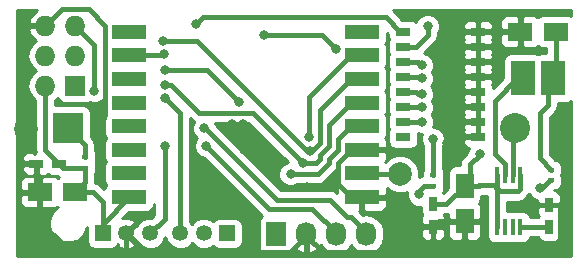
<source format=gtl>
G04 #@! TF.GenerationSoftware,KiCad,Pcbnew,no-vcs-found-7657~57~ubuntu16.04.1*
G04 #@! TF.CreationDate,2017-02-15T10:50:58+02:00*
G04 #@! TF.ProjectId,multisensor_cr123,6D756C746973656E736F725F63723132,rev?*
G04 #@! TF.FileFunction,Copper,L1,Top,Signal*
G04 #@! TF.FilePolarity,Positive*
%FSLAX46Y46*%
G04 Gerber Fmt 4.6, Leading zero omitted, Abs format (unit mm)*
G04 Created by KiCad (PCBNEW no-vcs-found-7657~57~ubuntu16.04.1) date Wed Feb 15 10:50:58 2017*
%MOMM*%
%LPD*%
G01*
G04 APERTURE LIST*
%ADD10C,0.100000*%
%ADD11R,2.000000X3.000000*%
%ADD12C,0.800000*%
%ADD13C,2.000000*%
%ADD14R,2.540000X2.540000*%
%ADD15C,2.540000*%
%ADD16R,0.600000X0.400000*%
%ADD17R,1.501140X2.148840*%
%ADD18R,0.750000X1.200000*%
%ADD19R,1.200000X0.750000*%
%ADD20R,1.270000X0.760000*%
%ADD21R,0.450000X1.450000*%
%ADD22R,3.000000X1.200000*%
%ADD23C,1.998980*%
%ADD24R,1.727200X1.727200*%
%ADD25O,1.727200X1.727200*%
%ADD26R,2.148840X1.501140*%
%ADD27R,1.350000X1.350000*%
%ADD28C,1.350000*%
%ADD29R,1.727200X2.032000*%
%ADD30O,1.727200X2.032000*%
%ADD31C,0.450000*%
%ADD32C,0.254000*%
G04 APERTURE END LIST*
D10*
D11*
X141892500Y-83693000D03*
X144492500Y-83693000D03*
D12*
X135534400Y-84260700D03*
X135534400Y-83260700D03*
X135534400Y-82260700D03*
X135534400Y-81260700D03*
X135534400Y-80260700D03*
X135534400Y-79260700D03*
X118246400Y-88604600D03*
X117246400Y-88604600D03*
X118246400Y-87604600D03*
X117246400Y-87604600D03*
X100847400Y-98409000D03*
X99847400Y-98409000D03*
X100847400Y-97409000D03*
X99847400Y-97409000D03*
X132114800Y-97799400D03*
X131114800Y-97799400D03*
X132114800Y-96799400D03*
X131114800Y-96799400D03*
X136521700Y-89220300D03*
X135521700Y-89220300D03*
X136521700Y-88220300D03*
X135521700Y-88220300D03*
X136521700Y-87220300D03*
X135521700Y-87220300D03*
X136521700Y-86220300D03*
D13*
X145161000Y-87947500D03*
D14*
X103404000Y-87884000D03*
D15*
X141224000Y-87884000D03*
D16*
X104838500Y-91255000D03*
X104838500Y-90355000D03*
D17*
X136969500Y-92796360D03*
X136969500Y-95798640D03*
D18*
X144145000Y-96327000D03*
X144145000Y-94427000D03*
X134302500Y-94366000D03*
X134302500Y-96266000D03*
D19*
X102613500Y-90932000D03*
X100713500Y-90932000D03*
D16*
X134302500Y-92779000D03*
X134302500Y-91879000D03*
X144272000Y-92334500D03*
X144272000Y-91434500D03*
D20*
X138112500Y-79756000D03*
X131762500Y-79756000D03*
X138112500Y-81026000D03*
X131762500Y-81026000D03*
X138112500Y-82296000D03*
X131762500Y-82296000D03*
X138112500Y-83566000D03*
X131762500Y-83566000D03*
X138112500Y-84836000D03*
X131762500Y-84836000D03*
X138112500Y-86106000D03*
X131762500Y-86106000D03*
X138112500Y-87376000D03*
X131762500Y-87376000D03*
X138112500Y-88646000D03*
X131762500Y-88646000D03*
D21*
X139741000Y-96307000D03*
X140391000Y-96307000D03*
X141041000Y-96307000D03*
X141691000Y-96307000D03*
X141691000Y-91907000D03*
X141041000Y-91907000D03*
X140391000Y-91907000D03*
X139741000Y-91907000D03*
D22*
X108582000Y-79756000D03*
X108582000Y-81756000D03*
X108582000Y-83756000D03*
X108582000Y-85756000D03*
X108582000Y-87756000D03*
X108582000Y-89756000D03*
X108582000Y-91756000D03*
X108582000Y-93756000D03*
X128282000Y-93756000D03*
X128282000Y-91756000D03*
X128282000Y-89756000D03*
X128282000Y-87756000D03*
X128282000Y-85756000D03*
X128282000Y-83756000D03*
X128282000Y-81756000D03*
X128282000Y-79756000D03*
D23*
X131508500Y-91821000D03*
D24*
X104013000Y-84328000D03*
D25*
X101473000Y-84328000D03*
X104013000Y-81788000D03*
X101473000Y-81788000D03*
X104013000Y-79248000D03*
X101473000Y-79248000D03*
D26*
X144693640Y-79756000D03*
X141691360Y-79756000D03*
X101010720Y-93345000D03*
X104013000Y-93345000D03*
D27*
X106331000Y-96837500D03*
D28*
X108331000Y-96837500D03*
X110331000Y-96837500D03*
D27*
X116871500Y-96837500D03*
D28*
X114871500Y-96837500D03*
X112871500Y-96837500D03*
D29*
X121031000Y-96901000D03*
D30*
X123571000Y-96901000D03*
X126111000Y-96901000D03*
X128651000Y-96901000D03*
D13*
X99822000Y-88011000D03*
D12*
X135521700Y-86220300D03*
X143366011Y-93009419D03*
X118262400Y-89763600D03*
X123634500Y-92900500D03*
X106235500Y-87122000D03*
X126081996Y-81221317D03*
X134302498Y-88836500D03*
X119951500Y-80010000D03*
X138239500Y-90106500D03*
X105631961Y-84772500D03*
X123267437Y-90888995D03*
X111569500Y-84264500D03*
X117909709Y-85714390D03*
X122237500Y-91821000D03*
X111569500Y-82994500D03*
X123877437Y-89828216D03*
X111442500Y-80518000D03*
X114236498Y-79121000D03*
X133848800Y-79285645D03*
X133361693Y-82605009D03*
X133349876Y-83704958D03*
X133338616Y-85045776D03*
X133350426Y-86145724D03*
X133350000Y-87376000D03*
X123825734Y-88701010D03*
X111511043Y-81615874D03*
X115106419Y-89427081D03*
X114935000Y-87947500D03*
X133096000Y-93535496D03*
X111569500Y-89471500D03*
X111592205Y-85364278D03*
D31*
X143497081Y-93009419D02*
X143366011Y-93009419D01*
X144272000Y-92334500D02*
X144172000Y-92334500D01*
X144172000Y-92334500D02*
X143497081Y-93009419D01*
X104838500Y-90355000D02*
X104838500Y-89318500D01*
X104838500Y-89318500D02*
X103404000Y-87884000D01*
X121399300Y-92900500D02*
X118262400Y-89763600D01*
X123634500Y-92900500D02*
X121399300Y-92900500D01*
X106235500Y-87122000D02*
X106553000Y-86804500D01*
X106553000Y-86804500D02*
X106556999Y-86804500D01*
X106556999Y-86804500D02*
X106556999Y-79251999D01*
X106556999Y-79251999D02*
X105156000Y-77851000D01*
X105156000Y-77851000D02*
X102870000Y-77851000D01*
X102870000Y-77851000D02*
X101473000Y-79248000D01*
X132351490Y-98442010D02*
X133713990Y-98442010D01*
X133713990Y-98442010D02*
X134302500Y-97853500D01*
X134302500Y-97853500D02*
X134302500Y-96266000D01*
X144145000Y-94427000D02*
X144970000Y-94427000D01*
X144970000Y-94427000D02*
X145045001Y-94502001D01*
X145045001Y-94502001D02*
X145045001Y-97347001D01*
X145045001Y-97347001D02*
X143949992Y-98442010D01*
X143949992Y-98442010D02*
X132351490Y-98442010D01*
X138112500Y-87376000D02*
X138112500Y-88646000D01*
X136969500Y-95798640D02*
X134769860Y-95798640D01*
X134769860Y-95798640D02*
X134302500Y-96266000D01*
X144145000Y-94427000D02*
X144145000Y-94202000D01*
X128282000Y-93756000D02*
X127382000Y-93756000D01*
X127382000Y-93756000D02*
X126332000Y-92706000D01*
X126332000Y-92706000D02*
X126181998Y-92706000D01*
X126181998Y-92706000D02*
X125987498Y-92900500D01*
X126256999Y-90881001D02*
X126256999Y-92630999D01*
X126256999Y-92630999D02*
X125987498Y-92900500D01*
X125987498Y-92900500D02*
X123634500Y-92900500D01*
X123571000Y-96901000D02*
X123571000Y-97053400D01*
X123571000Y-97053400D02*
X124959610Y-98442010D01*
X124959610Y-98442010D02*
X132351490Y-98442010D01*
X122182399Y-98442001D02*
X108331000Y-98442001D01*
X108331000Y-98442001D02*
X103619799Y-98442001D01*
X108331000Y-96837500D02*
X108331000Y-98442001D01*
X101010720Y-95832922D02*
X103187500Y-98009702D01*
X103187500Y-98009702D02*
X103412298Y-98234500D01*
X123571000Y-97053400D02*
X122182399Y-98442001D01*
X103619799Y-98442001D02*
X103187500Y-98009702D01*
X123571000Y-96748600D02*
X123571000Y-96901000D01*
X101010720Y-93345000D02*
X101010720Y-95832922D01*
X141041000Y-91907000D02*
X141041000Y-88067000D01*
X141041000Y-88067000D02*
X141224000Y-87884000D01*
X127382000Y-89756000D02*
X126256999Y-90881001D01*
X128282000Y-89756000D02*
X127382000Y-89756000D01*
X141691360Y-79756000D02*
X138112500Y-79756000D01*
X138112500Y-86106000D02*
X138112500Y-87376000D01*
X138112500Y-84836000D02*
X138112500Y-86106000D01*
X138112500Y-83566000D02*
X138112500Y-84836000D01*
X138112500Y-82296000D02*
X138112500Y-83566000D01*
X138112500Y-81026000D02*
X138112500Y-82296000D01*
X138112500Y-79756000D02*
X138112500Y-81026000D01*
X100713500Y-90932000D02*
X100713500Y-93047780D01*
X100713500Y-93047780D02*
X101010720Y-93345000D01*
X124870679Y-80010000D02*
X126081996Y-81221317D01*
X119951500Y-80010000D02*
X124870679Y-80010000D01*
X134302500Y-88836502D02*
X134302498Y-88836500D01*
X134302500Y-91879000D02*
X134302500Y-88836502D01*
X106331000Y-96837500D02*
X106331000Y-96007000D01*
X106331000Y-96007000D02*
X108582000Y-93756000D01*
X101473000Y-84328000D02*
X101473000Y-89791500D01*
X101473000Y-89791500D02*
X102613500Y-90932000D01*
X104013000Y-93345000D02*
X105537420Y-93345000D01*
X105537420Y-93345000D02*
X106331000Y-94138580D01*
X106331000Y-94138580D02*
X106331000Y-96837500D01*
X104838500Y-91255000D02*
X102936500Y-91255000D01*
X102936500Y-91255000D02*
X102613500Y-90932000D01*
X104838500Y-91255000D02*
X104838500Y-92519500D01*
X104838500Y-92519500D02*
X104013000Y-93345000D01*
X144145000Y-96327000D02*
X141791001Y-96327000D01*
X138239500Y-90106500D02*
X138239500Y-90170000D01*
X138239500Y-90170000D02*
X137414000Y-90995500D01*
X137414000Y-90995500D02*
X137414000Y-92351860D01*
X137414000Y-92351860D02*
X136969500Y-92796360D01*
X138192930Y-92773500D02*
X139432500Y-92773500D01*
X139432500Y-92773500D02*
X139741000Y-93082000D01*
X136969500Y-92796360D02*
X138170070Y-92796360D01*
X138170070Y-92796360D02*
X138192930Y-92773500D01*
X134302500Y-94366000D02*
X135399860Y-94366000D01*
X135399860Y-94366000D02*
X136969500Y-92796360D01*
X139741000Y-96307000D02*
X139741000Y-93082000D01*
X139940500Y-93281500D02*
X141491500Y-93281500D01*
X141491500Y-93281500D02*
X141691000Y-93082000D01*
X141691000Y-93082000D02*
X141691000Y-91907000D01*
X139741000Y-91907000D02*
X139741000Y-93082000D01*
X139741000Y-93082000D02*
X139940500Y-93281500D01*
X105631961Y-80866961D02*
X105631961Y-84772500D01*
X104013000Y-79248000D02*
X105631961Y-80866961D01*
X143992500Y-83693000D02*
X144018000Y-83718500D01*
X144018000Y-83718500D02*
X144018000Y-85979000D01*
X144018000Y-85979000D02*
X143319500Y-86677500D01*
X143319500Y-86677500D02*
X143319500Y-90482000D01*
X143319500Y-90482000D02*
X144272000Y-91434500D01*
X144693640Y-79756000D02*
X144693640Y-82991860D01*
X144693640Y-82991860D02*
X143992500Y-83693000D01*
X112135185Y-84264500D02*
X114510085Y-86639400D01*
X111569500Y-84264500D02*
X112135185Y-84264500D01*
X114510085Y-86639400D02*
X119017842Y-86639400D01*
X119017842Y-86639400D02*
X123267437Y-90888995D01*
X124411508Y-90888995D02*
X123267437Y-90888995D01*
X124756977Y-90199444D02*
X124756977Y-90543528D01*
X125506988Y-87631012D02*
X125506988Y-89449433D01*
X125506988Y-89449433D02*
X124756977Y-90199444D01*
X124756977Y-90543528D02*
X124411508Y-90888995D01*
X127382000Y-85756000D02*
X125506988Y-87631012D01*
X128282000Y-85756000D02*
X127382000Y-85756000D01*
X115189819Y-82994500D02*
X117909709Y-85714390D01*
X111569500Y-82994500D02*
X115189819Y-82994500D01*
X124540182Y-91821000D02*
X122237500Y-91821000D01*
X125506986Y-90854196D02*
X124540182Y-91821000D01*
X125506988Y-90510107D02*
X125506986Y-90854196D01*
X126256999Y-89760096D02*
X125506988Y-90510107D01*
X126256999Y-88881001D02*
X126256999Y-89760096D01*
X128282000Y-87756000D02*
X127382000Y-87756000D01*
X127382000Y-87756000D02*
X126256999Y-88881001D01*
X128154000Y-87884000D02*
X128282000Y-87756000D01*
X127382000Y-83756000D02*
X124750735Y-86387265D01*
X124067530Y-89828216D02*
X123877437Y-89828216D01*
X128282000Y-83756000D02*
X127382000Y-83756000D01*
X124750735Y-86387265D02*
X124750735Y-89145011D01*
X124750735Y-89145011D02*
X124067530Y-89828216D01*
X111442500Y-80518000D02*
X114300000Y-80518000D01*
X123610216Y-89828216D02*
X123877437Y-89828216D01*
X114300000Y-80518000D02*
X123610216Y-89828216D01*
X114826997Y-78530501D02*
X114236498Y-79121000D01*
X131762500Y-79756000D02*
X131507500Y-79756000D01*
X131507500Y-79756000D02*
X130282001Y-78530501D01*
X130282001Y-78530501D02*
X114826997Y-78530501D01*
X131762500Y-81026000D02*
X132847500Y-81026000D01*
X133848800Y-80024700D02*
X133848800Y-79285645D01*
X132847500Y-81026000D02*
X133848800Y-80024700D01*
X131762500Y-82296000D02*
X133052684Y-82296000D01*
X133052684Y-82296000D02*
X133361693Y-82605009D01*
X133210918Y-83566000D02*
X133349876Y-83704958D01*
X131762500Y-83566000D02*
X133210918Y-83566000D01*
X133057276Y-85045776D02*
X133338616Y-85045776D01*
X131762500Y-84836000D02*
X132847500Y-84836000D01*
X132847500Y-84836000D02*
X133057276Y-85045776D01*
X133310702Y-86106000D02*
X133350426Y-86145724D01*
X131762500Y-86106000D02*
X133310702Y-86106000D01*
X131762500Y-87376000D02*
X133350000Y-87376000D01*
X123825734Y-85312266D02*
X123825734Y-88701010D01*
X128282000Y-81756000D02*
X127382000Y-81756000D01*
X127382000Y-81756000D02*
X123825734Y-85312266D01*
X108582000Y-81756000D02*
X111370917Y-81756000D01*
X111370917Y-81756000D02*
X111511043Y-81615874D01*
X139528999Y-90092753D02*
X140391000Y-90954754D01*
X141442500Y-83693000D02*
X139528999Y-85606501D01*
X142392500Y-83693000D02*
X141442500Y-83693000D01*
X139528999Y-85606501D02*
X139528999Y-90092753D01*
X140391000Y-90954754D02*
X140391000Y-91907000D01*
X131508500Y-91821000D02*
X128347000Y-91821000D01*
X128347000Y-91821000D02*
X128282000Y-91756000D01*
X128598000Y-91440000D02*
X128282000Y-91756000D01*
X120409349Y-94730011D02*
X115106419Y-89427081D01*
X124092411Y-94730011D02*
X120409349Y-94730011D01*
X126111000Y-96901000D02*
X126111000Y-96748600D01*
X126111000Y-96748600D02*
X124092411Y-94730011D01*
X128651000Y-96901000D02*
X128651000Y-96748600D01*
X128651000Y-96748600D02*
X127337400Y-95435000D01*
X127337400Y-95435000D02*
X127013499Y-95435000D01*
X127013499Y-95435000D02*
X125558499Y-93980000D01*
X125558499Y-93980000D02*
X121056400Y-93980000D01*
X121056400Y-93980000D02*
X115023900Y-87947500D01*
X115023900Y-87947500D02*
X114935000Y-87947500D01*
X133096000Y-93235500D02*
X133096000Y-93535496D01*
X133552500Y-92779000D02*
X133096000Y-93235500D01*
X134302500Y-92779000D02*
X133552500Y-92779000D01*
X110331000Y-96837500D02*
X111569500Y-95599000D01*
X111569500Y-95599000D02*
X111569500Y-89471500D01*
X112871500Y-96837500D02*
X112871500Y-86643573D01*
X112871500Y-86643573D02*
X111592205Y-85364278D01*
D32*
G36*
X100591940Y-78045648D02*
X100198887Y-78474339D01*
X100025014Y-78894128D01*
X100144833Y-79125000D01*
X101350000Y-79125000D01*
X101350000Y-79105000D01*
X101596000Y-79105000D01*
X101596000Y-79125000D01*
X101616000Y-79125000D01*
X101616000Y-79371000D01*
X101596000Y-79371000D01*
X101596000Y-79391000D01*
X101350000Y-79391000D01*
X101350000Y-79371000D01*
X100144833Y-79371000D01*
X100025014Y-79601872D01*
X100198887Y-80021661D01*
X100591940Y-80450352D01*
X100722929Y-80511386D01*
X100389784Y-80733987D01*
X100066662Y-81217572D01*
X99953197Y-81788000D01*
X100066662Y-82358428D01*
X100389784Y-82842013D01*
X100713031Y-83058000D01*
X100389784Y-83273987D01*
X100066662Y-83757572D01*
X99953197Y-84328000D01*
X100066662Y-84898428D01*
X100389784Y-85382013D01*
X100621000Y-85536507D01*
X100621000Y-89791500D01*
X100648550Y-89930000D01*
X100590498Y-89930000D01*
X100590498Y-90086748D01*
X100433750Y-89930000D01*
X99988782Y-89930000D01*
X99758333Y-90025455D01*
X99581955Y-90201833D01*
X99486500Y-90432282D01*
X99486500Y-90652250D01*
X99643250Y-90809000D01*
X100590500Y-90809000D01*
X100590500Y-90789000D01*
X100836500Y-90789000D01*
X100836500Y-90809000D01*
X100856500Y-90809000D01*
X100856500Y-91055000D01*
X100836500Y-91055000D01*
X100836500Y-91777250D01*
X100993250Y-91934000D01*
X101438218Y-91934000D01*
X101668667Y-91838545D01*
X101673385Y-91833827D01*
X101768857Y-91897620D01*
X102013500Y-91946283D01*
X102466986Y-91946283D01*
X102610454Y-92042145D01*
X102630575Y-92046147D01*
X102506484Y-92129062D01*
X102440307Y-92062885D01*
X102209858Y-91967430D01*
X101290470Y-91967430D01*
X101133720Y-92124180D01*
X101133720Y-93222000D01*
X101153720Y-93222000D01*
X101153720Y-93468000D01*
X101133720Y-93468000D01*
X101133720Y-94565820D01*
X101290470Y-94722570D01*
X102209858Y-94722570D01*
X102440307Y-94627115D01*
X102506484Y-94560938D01*
X102547462Y-94588318D01*
X102489240Y-94612375D01*
X102033973Y-95066847D01*
X101787281Y-95660948D01*
X101786720Y-96304230D01*
X102032375Y-96898760D01*
X102486847Y-97354027D01*
X103080948Y-97600719D01*
X103724230Y-97601280D01*
X104318760Y-97355625D01*
X104774027Y-96901153D01*
X105016717Y-96316690D01*
X105016717Y-97512500D01*
X105065380Y-97757143D01*
X105203959Y-97964541D01*
X105411357Y-98103120D01*
X105656000Y-98151783D01*
X107006000Y-98151783D01*
X107250643Y-98103120D01*
X107458041Y-97964541D01*
X107596620Y-97757143D01*
X107596829Y-97756093D01*
X107653576Y-97979154D01*
X108142034Y-98151490D01*
X108659260Y-98123782D01*
X109008424Y-97979154D01*
X109067295Y-97747744D01*
X108331000Y-97011448D01*
X108316858Y-97025591D01*
X108142909Y-96851642D01*
X108157052Y-96837500D01*
X108142909Y-96823358D01*
X108316858Y-96649410D01*
X108331000Y-96663552D01*
X109067295Y-95927256D01*
X109008424Y-95695846D01*
X108519966Y-95523510D01*
X108002740Y-95551218D01*
X107983880Y-95559030D01*
X108547627Y-94995283D01*
X110082000Y-94995283D01*
X110326643Y-94946620D01*
X110534041Y-94808041D01*
X110672620Y-94600643D01*
X110717500Y-94375018D01*
X110717500Y-95246090D01*
X110428006Y-95535584D01*
X110073152Y-95535274D01*
X109594440Y-95733074D01*
X109227861Y-96099013D01*
X109216801Y-96125648D01*
X108504948Y-96837500D01*
X109216058Y-97548609D01*
X109226574Y-97574060D01*
X109592513Y-97940639D01*
X110070880Y-98139274D01*
X110588848Y-98139726D01*
X111067560Y-97941926D01*
X111434139Y-97575987D01*
X111601416Y-97173138D01*
X111767074Y-97574060D01*
X112133013Y-97940639D01*
X112611380Y-98139274D01*
X113129348Y-98139726D01*
X113608060Y-97941926D01*
X113871639Y-97678808D01*
X114133013Y-97940639D01*
X114611380Y-98139274D01*
X115129348Y-98139726D01*
X115608060Y-97941926D01*
X115680818Y-97869295D01*
X115744459Y-97964541D01*
X115951857Y-98103120D01*
X116196500Y-98151783D01*
X117546500Y-98151783D01*
X117791143Y-98103120D01*
X117998541Y-97964541D01*
X118137120Y-97757143D01*
X118185783Y-97512500D01*
X118185783Y-96162500D01*
X118137120Y-95917857D01*
X117998541Y-95710459D01*
X117791143Y-95571880D01*
X117546500Y-95523217D01*
X116196500Y-95523217D01*
X115951857Y-95571880D01*
X115744459Y-95710459D01*
X115680974Y-95805472D01*
X115609987Y-95734361D01*
X115131620Y-95535726D01*
X114613652Y-95535274D01*
X114134940Y-95733074D01*
X113871361Y-95996192D01*
X113723500Y-95848073D01*
X113723500Y-87057725D01*
X113907630Y-87241855D01*
X114075709Y-87354162D01*
X114064860Y-87364992D01*
X113908179Y-87742321D01*
X113907822Y-88150887D01*
X114063844Y-88528489D01*
X114307953Y-88773024D01*
X114236279Y-88844573D01*
X114079598Y-89221902D01*
X114079241Y-89630468D01*
X114235263Y-90008070D01*
X114523911Y-90297221D01*
X114901240Y-90453902D01*
X114928354Y-90453926D01*
X119806894Y-95332466D01*
X119836326Y-95352132D01*
X119715359Y-95432959D01*
X119576780Y-95640357D01*
X119528117Y-95885000D01*
X119528117Y-97917000D01*
X119576780Y-98161643D01*
X119715359Y-98369041D01*
X119922757Y-98507620D01*
X120167400Y-98556283D01*
X121894600Y-98556283D01*
X122139243Y-98507620D01*
X122346641Y-98369041D01*
X122485220Y-98161643D01*
X122505859Y-98057884D01*
X122670351Y-98243019D01*
X123194156Y-98497128D01*
X123217128Y-98501386D01*
X123448000Y-98381567D01*
X123448000Y-97024000D01*
X123428000Y-97024000D01*
X123428000Y-96778000D01*
X123448000Y-96778000D01*
X123448000Y-96758000D01*
X123694000Y-96758000D01*
X123694000Y-96778000D01*
X123714000Y-96778000D01*
X123714000Y-97024000D01*
X123694000Y-97024000D01*
X123694000Y-98381567D01*
X123924872Y-98501386D01*
X123947844Y-98497128D01*
X124471649Y-98243019D01*
X124845180Y-97822611D01*
X125056987Y-98139601D01*
X125540572Y-98462723D01*
X126111000Y-98576188D01*
X126681428Y-98462723D01*
X127165013Y-98139601D01*
X127381000Y-97816354D01*
X127596987Y-98139601D01*
X128080572Y-98462723D01*
X128651000Y-98576188D01*
X129221428Y-98462723D01*
X129705013Y-98139601D01*
X130028135Y-97656016D01*
X130141600Y-97085588D01*
X130141600Y-96716412D01*
X130107654Y-96545750D01*
X133300500Y-96545750D01*
X133300500Y-96990718D01*
X133395955Y-97221167D01*
X133572333Y-97397545D01*
X133802782Y-97493000D01*
X134022750Y-97493000D01*
X134179500Y-97336250D01*
X134179500Y-96389000D01*
X134425500Y-96389000D01*
X134425500Y-97336250D01*
X134582250Y-97493000D01*
X134802218Y-97493000D01*
X135032667Y-97397545D01*
X135209045Y-97221167D01*
X135304500Y-96990718D01*
X135304500Y-96545750D01*
X135147750Y-96389000D01*
X134425500Y-96389000D01*
X134179500Y-96389000D01*
X133457250Y-96389000D01*
X133300500Y-96545750D01*
X130107654Y-96545750D01*
X130028135Y-96145984D01*
X129705013Y-95662399D01*
X129221428Y-95339277D01*
X128651000Y-95225812D01*
X128385861Y-95278551D01*
X128046280Y-94938970D01*
X128159000Y-94826250D01*
X128159000Y-93879000D01*
X128405000Y-93879000D01*
X128405000Y-94826250D01*
X128561750Y-94983000D01*
X129906718Y-94983000D01*
X130137167Y-94887545D01*
X130313545Y-94711167D01*
X130409000Y-94480718D01*
X130409000Y-94035750D01*
X130252250Y-93879000D01*
X128405000Y-93879000D01*
X128159000Y-93879000D01*
X128139000Y-93879000D01*
X128139000Y-93633000D01*
X128159000Y-93633000D01*
X128159000Y-93613000D01*
X128405000Y-93613000D01*
X128405000Y-93633000D01*
X130252250Y-93633000D01*
X130409000Y-93476250D01*
X130409000Y-93031282D01*
X130402282Y-93015064D01*
X130585964Y-93199067D01*
X131183552Y-93447207D01*
X131830610Y-93447772D01*
X132069162Y-93349204D01*
X132068822Y-93738883D01*
X132224844Y-94116485D01*
X132513492Y-94405636D01*
X132890821Y-94562317D01*
X133288217Y-94562664D01*
X133288217Y-94966000D01*
X133336880Y-95210643D01*
X133400673Y-95306115D01*
X133395955Y-95310833D01*
X133300500Y-95541282D01*
X133300500Y-95986250D01*
X133457250Y-96143000D01*
X134179500Y-96143000D01*
X134179500Y-96123000D01*
X134425500Y-96123000D01*
X134425500Y-96143000D01*
X135147750Y-96143000D01*
X135212360Y-96078390D01*
X135591930Y-96078390D01*
X135591930Y-96997778D01*
X135687385Y-97228227D01*
X135863763Y-97404605D01*
X136094212Y-97500060D01*
X136689750Y-97500060D01*
X136846500Y-97343310D01*
X136846500Y-95921640D01*
X137092500Y-95921640D01*
X137092500Y-97343310D01*
X137249250Y-97500060D01*
X137844788Y-97500060D01*
X138075237Y-97404605D01*
X138251615Y-97228227D01*
X138347070Y-96997778D01*
X138347070Y-96078390D01*
X138190320Y-95921640D01*
X137092500Y-95921640D01*
X136846500Y-95921640D01*
X135748680Y-95921640D01*
X135591930Y-96078390D01*
X135212360Y-96078390D01*
X135304500Y-95986250D01*
X135304500Y-95541282D01*
X135209045Y-95310833D01*
X135204327Y-95306115D01*
X135263204Y-95218000D01*
X135399860Y-95218000D01*
X135591930Y-95179795D01*
X135591930Y-95518890D01*
X135748680Y-95675640D01*
X136846500Y-95675640D01*
X136846500Y-95655640D01*
X137092500Y-95655640D01*
X137092500Y-95675640D01*
X138190320Y-95675640D01*
X138347070Y-95518890D01*
X138347070Y-94599502D01*
X138251615Y-94369053D01*
X138185438Y-94302876D01*
X138310690Y-94115423D01*
X138359353Y-93870780D01*
X138359353Y-93625500D01*
X138889000Y-93625500D01*
X138889000Y-95520250D01*
X138876717Y-95582000D01*
X138876717Y-97032000D01*
X138925380Y-97276643D01*
X139063959Y-97484041D01*
X139271357Y-97622620D01*
X139516000Y-97671283D01*
X139966000Y-97671283D01*
X140066000Y-97651392D01*
X140166000Y-97671283D01*
X140616000Y-97671283D01*
X140716000Y-97651392D01*
X140816000Y-97671283D01*
X141266000Y-97671283D01*
X141366000Y-97651392D01*
X141466000Y-97671283D01*
X141916000Y-97671283D01*
X142160643Y-97622620D01*
X142368041Y-97484041D01*
X142506620Y-97276643D01*
X142526043Y-97179000D01*
X143184296Y-97179000D01*
X143317959Y-97379041D01*
X143525357Y-97517620D01*
X143770000Y-97566283D01*
X144520000Y-97566283D01*
X144764643Y-97517620D01*
X144972041Y-97379041D01*
X145110620Y-97171643D01*
X145159283Y-96927000D01*
X145159283Y-95727000D01*
X145110620Y-95482357D01*
X145046827Y-95386885D01*
X145051545Y-95382167D01*
X145147000Y-95151718D01*
X145147000Y-94706750D01*
X144990250Y-94550000D01*
X144268000Y-94550000D01*
X144268000Y-94570000D01*
X144022000Y-94570000D01*
X144022000Y-94550000D01*
X143299750Y-94550000D01*
X143143000Y-94706750D01*
X143143000Y-95151718D01*
X143238455Y-95382167D01*
X143243173Y-95386885D01*
X143184296Y-95475000D01*
X142533999Y-95475000D01*
X142506620Y-95337357D01*
X142368041Y-95129959D01*
X142160643Y-94991380D01*
X141916000Y-94942717D01*
X141466000Y-94942717D01*
X141366000Y-94962608D01*
X141266000Y-94942717D01*
X140816000Y-94942717D01*
X140716000Y-94962608D01*
X140616000Y-94942717D01*
X140593000Y-94942717D01*
X140593000Y-94133500D01*
X141491500Y-94133500D01*
X141817546Y-94068645D01*
X142093955Y-93883955D01*
X142293455Y-93684455D01*
X142441911Y-93462274D01*
X142494855Y-93590408D01*
X142783503Y-93879559D01*
X143143000Y-94028835D01*
X143143000Y-94147250D01*
X143299750Y-94304000D01*
X144022000Y-94304000D01*
X144022000Y-94284000D01*
X144268000Y-94284000D01*
X144268000Y-94304000D01*
X144990250Y-94304000D01*
X145147000Y-94147250D01*
X145147000Y-93702282D01*
X145051545Y-93471833D01*
X144875167Y-93295455D01*
X144644718Y-93200000D01*
X144511410Y-93200000D01*
X144537627Y-93173783D01*
X144572000Y-93173783D01*
X144816643Y-93125120D01*
X145024041Y-92986541D01*
X145162620Y-92779143D01*
X145211283Y-92534500D01*
X145211283Y-92134500D01*
X145162620Y-91889857D01*
X145159041Y-91884500D01*
X145162620Y-91879143D01*
X145211283Y-91634500D01*
X145211283Y-91234500D01*
X145162620Y-90989857D01*
X145024041Y-90782459D01*
X144816643Y-90643880D01*
X144653923Y-90611513D01*
X144171500Y-90129090D01*
X144171500Y-87030410D01*
X144620455Y-86581455D01*
X144805145Y-86305046D01*
X144870000Y-85979000D01*
X144870000Y-85832283D01*
X145492500Y-85832283D01*
X145737143Y-85783620D01*
X145944500Y-85645068D01*
X145944500Y-98764000D01*
X99102000Y-98764000D01*
X99102000Y-93624750D01*
X99309300Y-93624750D01*
X99309300Y-94220288D01*
X99404755Y-94450737D01*
X99581133Y-94627115D01*
X99811582Y-94722570D01*
X100730970Y-94722570D01*
X100887720Y-94565820D01*
X100887720Y-93468000D01*
X99466050Y-93468000D01*
X99309300Y-93624750D01*
X99102000Y-93624750D01*
X99102000Y-92469712D01*
X99309300Y-92469712D01*
X99309300Y-93065250D01*
X99466050Y-93222000D01*
X100887720Y-93222000D01*
X100887720Y-92124180D01*
X100730970Y-91967430D01*
X99811582Y-91967430D01*
X99581133Y-92062885D01*
X99404755Y-92239263D01*
X99309300Y-92469712D01*
X99102000Y-92469712D01*
X99102000Y-91211750D01*
X99486500Y-91211750D01*
X99486500Y-91431718D01*
X99581955Y-91662167D01*
X99758333Y-91838545D01*
X99988782Y-91934000D01*
X100433750Y-91934000D01*
X100590500Y-91777250D01*
X100590500Y-91055000D01*
X99643250Y-91055000D01*
X99486500Y-91211750D01*
X99102000Y-91211750D01*
X99102000Y-77956500D01*
X100783265Y-77956500D01*
X100591940Y-78045648D01*
X100591940Y-78045648D01*
G37*
X100591940Y-78045648D02*
X100198887Y-78474339D01*
X100025014Y-78894128D01*
X100144833Y-79125000D01*
X101350000Y-79125000D01*
X101350000Y-79105000D01*
X101596000Y-79105000D01*
X101596000Y-79125000D01*
X101616000Y-79125000D01*
X101616000Y-79371000D01*
X101596000Y-79371000D01*
X101596000Y-79391000D01*
X101350000Y-79391000D01*
X101350000Y-79371000D01*
X100144833Y-79371000D01*
X100025014Y-79601872D01*
X100198887Y-80021661D01*
X100591940Y-80450352D01*
X100722929Y-80511386D01*
X100389784Y-80733987D01*
X100066662Y-81217572D01*
X99953197Y-81788000D01*
X100066662Y-82358428D01*
X100389784Y-82842013D01*
X100713031Y-83058000D01*
X100389784Y-83273987D01*
X100066662Y-83757572D01*
X99953197Y-84328000D01*
X100066662Y-84898428D01*
X100389784Y-85382013D01*
X100621000Y-85536507D01*
X100621000Y-89791500D01*
X100648550Y-89930000D01*
X100590498Y-89930000D01*
X100590498Y-90086748D01*
X100433750Y-89930000D01*
X99988782Y-89930000D01*
X99758333Y-90025455D01*
X99581955Y-90201833D01*
X99486500Y-90432282D01*
X99486500Y-90652250D01*
X99643250Y-90809000D01*
X100590500Y-90809000D01*
X100590500Y-90789000D01*
X100836500Y-90789000D01*
X100836500Y-90809000D01*
X100856500Y-90809000D01*
X100856500Y-91055000D01*
X100836500Y-91055000D01*
X100836500Y-91777250D01*
X100993250Y-91934000D01*
X101438218Y-91934000D01*
X101668667Y-91838545D01*
X101673385Y-91833827D01*
X101768857Y-91897620D01*
X102013500Y-91946283D01*
X102466986Y-91946283D01*
X102610454Y-92042145D01*
X102630575Y-92046147D01*
X102506484Y-92129062D01*
X102440307Y-92062885D01*
X102209858Y-91967430D01*
X101290470Y-91967430D01*
X101133720Y-92124180D01*
X101133720Y-93222000D01*
X101153720Y-93222000D01*
X101153720Y-93468000D01*
X101133720Y-93468000D01*
X101133720Y-94565820D01*
X101290470Y-94722570D01*
X102209858Y-94722570D01*
X102440307Y-94627115D01*
X102506484Y-94560938D01*
X102547462Y-94588318D01*
X102489240Y-94612375D01*
X102033973Y-95066847D01*
X101787281Y-95660948D01*
X101786720Y-96304230D01*
X102032375Y-96898760D01*
X102486847Y-97354027D01*
X103080948Y-97600719D01*
X103724230Y-97601280D01*
X104318760Y-97355625D01*
X104774027Y-96901153D01*
X105016717Y-96316690D01*
X105016717Y-97512500D01*
X105065380Y-97757143D01*
X105203959Y-97964541D01*
X105411357Y-98103120D01*
X105656000Y-98151783D01*
X107006000Y-98151783D01*
X107250643Y-98103120D01*
X107458041Y-97964541D01*
X107596620Y-97757143D01*
X107596829Y-97756093D01*
X107653576Y-97979154D01*
X108142034Y-98151490D01*
X108659260Y-98123782D01*
X109008424Y-97979154D01*
X109067295Y-97747744D01*
X108331000Y-97011448D01*
X108316858Y-97025591D01*
X108142909Y-96851642D01*
X108157052Y-96837500D01*
X108142909Y-96823358D01*
X108316858Y-96649410D01*
X108331000Y-96663552D01*
X109067295Y-95927256D01*
X109008424Y-95695846D01*
X108519966Y-95523510D01*
X108002740Y-95551218D01*
X107983880Y-95559030D01*
X108547627Y-94995283D01*
X110082000Y-94995283D01*
X110326643Y-94946620D01*
X110534041Y-94808041D01*
X110672620Y-94600643D01*
X110717500Y-94375018D01*
X110717500Y-95246090D01*
X110428006Y-95535584D01*
X110073152Y-95535274D01*
X109594440Y-95733074D01*
X109227861Y-96099013D01*
X109216801Y-96125648D01*
X108504948Y-96837500D01*
X109216058Y-97548609D01*
X109226574Y-97574060D01*
X109592513Y-97940639D01*
X110070880Y-98139274D01*
X110588848Y-98139726D01*
X111067560Y-97941926D01*
X111434139Y-97575987D01*
X111601416Y-97173138D01*
X111767074Y-97574060D01*
X112133013Y-97940639D01*
X112611380Y-98139274D01*
X113129348Y-98139726D01*
X113608060Y-97941926D01*
X113871639Y-97678808D01*
X114133013Y-97940639D01*
X114611380Y-98139274D01*
X115129348Y-98139726D01*
X115608060Y-97941926D01*
X115680818Y-97869295D01*
X115744459Y-97964541D01*
X115951857Y-98103120D01*
X116196500Y-98151783D01*
X117546500Y-98151783D01*
X117791143Y-98103120D01*
X117998541Y-97964541D01*
X118137120Y-97757143D01*
X118185783Y-97512500D01*
X118185783Y-96162500D01*
X118137120Y-95917857D01*
X117998541Y-95710459D01*
X117791143Y-95571880D01*
X117546500Y-95523217D01*
X116196500Y-95523217D01*
X115951857Y-95571880D01*
X115744459Y-95710459D01*
X115680974Y-95805472D01*
X115609987Y-95734361D01*
X115131620Y-95535726D01*
X114613652Y-95535274D01*
X114134940Y-95733074D01*
X113871361Y-95996192D01*
X113723500Y-95848073D01*
X113723500Y-87057725D01*
X113907630Y-87241855D01*
X114075709Y-87354162D01*
X114064860Y-87364992D01*
X113908179Y-87742321D01*
X113907822Y-88150887D01*
X114063844Y-88528489D01*
X114307953Y-88773024D01*
X114236279Y-88844573D01*
X114079598Y-89221902D01*
X114079241Y-89630468D01*
X114235263Y-90008070D01*
X114523911Y-90297221D01*
X114901240Y-90453902D01*
X114928354Y-90453926D01*
X119806894Y-95332466D01*
X119836326Y-95352132D01*
X119715359Y-95432959D01*
X119576780Y-95640357D01*
X119528117Y-95885000D01*
X119528117Y-97917000D01*
X119576780Y-98161643D01*
X119715359Y-98369041D01*
X119922757Y-98507620D01*
X120167400Y-98556283D01*
X121894600Y-98556283D01*
X122139243Y-98507620D01*
X122346641Y-98369041D01*
X122485220Y-98161643D01*
X122505859Y-98057884D01*
X122670351Y-98243019D01*
X123194156Y-98497128D01*
X123217128Y-98501386D01*
X123448000Y-98381567D01*
X123448000Y-97024000D01*
X123428000Y-97024000D01*
X123428000Y-96778000D01*
X123448000Y-96778000D01*
X123448000Y-96758000D01*
X123694000Y-96758000D01*
X123694000Y-96778000D01*
X123714000Y-96778000D01*
X123714000Y-97024000D01*
X123694000Y-97024000D01*
X123694000Y-98381567D01*
X123924872Y-98501386D01*
X123947844Y-98497128D01*
X124471649Y-98243019D01*
X124845180Y-97822611D01*
X125056987Y-98139601D01*
X125540572Y-98462723D01*
X126111000Y-98576188D01*
X126681428Y-98462723D01*
X127165013Y-98139601D01*
X127381000Y-97816354D01*
X127596987Y-98139601D01*
X128080572Y-98462723D01*
X128651000Y-98576188D01*
X129221428Y-98462723D01*
X129705013Y-98139601D01*
X130028135Y-97656016D01*
X130141600Y-97085588D01*
X130141600Y-96716412D01*
X130107654Y-96545750D01*
X133300500Y-96545750D01*
X133300500Y-96990718D01*
X133395955Y-97221167D01*
X133572333Y-97397545D01*
X133802782Y-97493000D01*
X134022750Y-97493000D01*
X134179500Y-97336250D01*
X134179500Y-96389000D01*
X134425500Y-96389000D01*
X134425500Y-97336250D01*
X134582250Y-97493000D01*
X134802218Y-97493000D01*
X135032667Y-97397545D01*
X135209045Y-97221167D01*
X135304500Y-96990718D01*
X135304500Y-96545750D01*
X135147750Y-96389000D01*
X134425500Y-96389000D01*
X134179500Y-96389000D01*
X133457250Y-96389000D01*
X133300500Y-96545750D01*
X130107654Y-96545750D01*
X130028135Y-96145984D01*
X129705013Y-95662399D01*
X129221428Y-95339277D01*
X128651000Y-95225812D01*
X128385861Y-95278551D01*
X128046280Y-94938970D01*
X128159000Y-94826250D01*
X128159000Y-93879000D01*
X128405000Y-93879000D01*
X128405000Y-94826250D01*
X128561750Y-94983000D01*
X129906718Y-94983000D01*
X130137167Y-94887545D01*
X130313545Y-94711167D01*
X130409000Y-94480718D01*
X130409000Y-94035750D01*
X130252250Y-93879000D01*
X128405000Y-93879000D01*
X128159000Y-93879000D01*
X128139000Y-93879000D01*
X128139000Y-93633000D01*
X128159000Y-93633000D01*
X128159000Y-93613000D01*
X128405000Y-93613000D01*
X128405000Y-93633000D01*
X130252250Y-93633000D01*
X130409000Y-93476250D01*
X130409000Y-93031282D01*
X130402282Y-93015064D01*
X130585964Y-93199067D01*
X131183552Y-93447207D01*
X131830610Y-93447772D01*
X132069162Y-93349204D01*
X132068822Y-93738883D01*
X132224844Y-94116485D01*
X132513492Y-94405636D01*
X132890821Y-94562317D01*
X133288217Y-94562664D01*
X133288217Y-94966000D01*
X133336880Y-95210643D01*
X133400673Y-95306115D01*
X133395955Y-95310833D01*
X133300500Y-95541282D01*
X133300500Y-95986250D01*
X133457250Y-96143000D01*
X134179500Y-96143000D01*
X134179500Y-96123000D01*
X134425500Y-96123000D01*
X134425500Y-96143000D01*
X135147750Y-96143000D01*
X135212360Y-96078390D01*
X135591930Y-96078390D01*
X135591930Y-96997778D01*
X135687385Y-97228227D01*
X135863763Y-97404605D01*
X136094212Y-97500060D01*
X136689750Y-97500060D01*
X136846500Y-97343310D01*
X136846500Y-95921640D01*
X137092500Y-95921640D01*
X137092500Y-97343310D01*
X137249250Y-97500060D01*
X137844788Y-97500060D01*
X138075237Y-97404605D01*
X138251615Y-97228227D01*
X138347070Y-96997778D01*
X138347070Y-96078390D01*
X138190320Y-95921640D01*
X137092500Y-95921640D01*
X136846500Y-95921640D01*
X135748680Y-95921640D01*
X135591930Y-96078390D01*
X135212360Y-96078390D01*
X135304500Y-95986250D01*
X135304500Y-95541282D01*
X135209045Y-95310833D01*
X135204327Y-95306115D01*
X135263204Y-95218000D01*
X135399860Y-95218000D01*
X135591930Y-95179795D01*
X135591930Y-95518890D01*
X135748680Y-95675640D01*
X136846500Y-95675640D01*
X136846500Y-95655640D01*
X137092500Y-95655640D01*
X137092500Y-95675640D01*
X138190320Y-95675640D01*
X138347070Y-95518890D01*
X138347070Y-94599502D01*
X138251615Y-94369053D01*
X138185438Y-94302876D01*
X138310690Y-94115423D01*
X138359353Y-93870780D01*
X138359353Y-93625500D01*
X138889000Y-93625500D01*
X138889000Y-95520250D01*
X138876717Y-95582000D01*
X138876717Y-97032000D01*
X138925380Y-97276643D01*
X139063959Y-97484041D01*
X139271357Y-97622620D01*
X139516000Y-97671283D01*
X139966000Y-97671283D01*
X140066000Y-97651392D01*
X140166000Y-97671283D01*
X140616000Y-97671283D01*
X140716000Y-97651392D01*
X140816000Y-97671283D01*
X141266000Y-97671283D01*
X141366000Y-97651392D01*
X141466000Y-97671283D01*
X141916000Y-97671283D01*
X142160643Y-97622620D01*
X142368041Y-97484041D01*
X142506620Y-97276643D01*
X142526043Y-97179000D01*
X143184296Y-97179000D01*
X143317959Y-97379041D01*
X143525357Y-97517620D01*
X143770000Y-97566283D01*
X144520000Y-97566283D01*
X144764643Y-97517620D01*
X144972041Y-97379041D01*
X145110620Y-97171643D01*
X145159283Y-96927000D01*
X145159283Y-95727000D01*
X145110620Y-95482357D01*
X145046827Y-95386885D01*
X145051545Y-95382167D01*
X145147000Y-95151718D01*
X145147000Y-94706750D01*
X144990250Y-94550000D01*
X144268000Y-94550000D01*
X144268000Y-94570000D01*
X144022000Y-94570000D01*
X144022000Y-94550000D01*
X143299750Y-94550000D01*
X143143000Y-94706750D01*
X143143000Y-95151718D01*
X143238455Y-95382167D01*
X143243173Y-95386885D01*
X143184296Y-95475000D01*
X142533999Y-95475000D01*
X142506620Y-95337357D01*
X142368041Y-95129959D01*
X142160643Y-94991380D01*
X141916000Y-94942717D01*
X141466000Y-94942717D01*
X141366000Y-94962608D01*
X141266000Y-94942717D01*
X140816000Y-94942717D01*
X140716000Y-94962608D01*
X140616000Y-94942717D01*
X140593000Y-94942717D01*
X140593000Y-94133500D01*
X141491500Y-94133500D01*
X141817546Y-94068645D01*
X142093955Y-93883955D01*
X142293455Y-93684455D01*
X142441911Y-93462274D01*
X142494855Y-93590408D01*
X142783503Y-93879559D01*
X143143000Y-94028835D01*
X143143000Y-94147250D01*
X143299750Y-94304000D01*
X144022000Y-94304000D01*
X144022000Y-94284000D01*
X144268000Y-94284000D01*
X144268000Y-94304000D01*
X144990250Y-94304000D01*
X145147000Y-94147250D01*
X145147000Y-93702282D01*
X145051545Y-93471833D01*
X144875167Y-93295455D01*
X144644718Y-93200000D01*
X144511410Y-93200000D01*
X144537627Y-93173783D01*
X144572000Y-93173783D01*
X144816643Y-93125120D01*
X145024041Y-92986541D01*
X145162620Y-92779143D01*
X145211283Y-92534500D01*
X145211283Y-92134500D01*
X145162620Y-91889857D01*
X145159041Y-91884500D01*
X145162620Y-91879143D01*
X145211283Y-91634500D01*
X145211283Y-91234500D01*
X145162620Y-90989857D01*
X145024041Y-90782459D01*
X144816643Y-90643880D01*
X144653923Y-90611513D01*
X144171500Y-90129090D01*
X144171500Y-87030410D01*
X144620455Y-86581455D01*
X144805145Y-86305046D01*
X144870000Y-85979000D01*
X144870000Y-85832283D01*
X145492500Y-85832283D01*
X145737143Y-85783620D01*
X145944500Y-85645068D01*
X145944500Y-98764000D01*
X99102000Y-98764000D01*
X99102000Y-93624750D01*
X99309300Y-93624750D01*
X99309300Y-94220288D01*
X99404755Y-94450737D01*
X99581133Y-94627115D01*
X99811582Y-94722570D01*
X100730970Y-94722570D01*
X100887720Y-94565820D01*
X100887720Y-93468000D01*
X99466050Y-93468000D01*
X99309300Y-93624750D01*
X99102000Y-93624750D01*
X99102000Y-92469712D01*
X99309300Y-92469712D01*
X99309300Y-93065250D01*
X99466050Y-93222000D01*
X100887720Y-93222000D01*
X100887720Y-92124180D01*
X100730970Y-91967430D01*
X99811582Y-91967430D01*
X99581133Y-92062885D01*
X99404755Y-92239263D01*
X99309300Y-92469712D01*
X99102000Y-92469712D01*
X99102000Y-91211750D01*
X99486500Y-91211750D01*
X99486500Y-91431718D01*
X99581955Y-91662167D01*
X99758333Y-91838545D01*
X99988782Y-91934000D01*
X100433750Y-91934000D01*
X100590500Y-91777250D01*
X100590500Y-91055000D01*
X99643250Y-91055000D01*
X99486500Y-91211750D01*
X99102000Y-91211750D01*
X99102000Y-77956500D01*
X100783265Y-77956500D01*
X100591940Y-78045648D01*
G36*
X145944500Y-78401243D02*
X145768060Y-78366147D01*
X143619220Y-78366147D01*
X143374577Y-78414810D01*
X143187124Y-78540062D01*
X143120947Y-78473885D01*
X142890498Y-78378430D01*
X141971110Y-78378430D01*
X141814360Y-78535180D01*
X141814360Y-79633000D01*
X141834360Y-79633000D01*
X141834360Y-79879000D01*
X141814360Y-79879000D01*
X141814360Y-80976820D01*
X141971110Y-81133570D01*
X142890498Y-81133570D01*
X143120947Y-81038115D01*
X143187124Y-80971938D01*
X143374577Y-81097190D01*
X143619220Y-81145853D01*
X143841640Y-81145853D01*
X143841640Y-81553717D01*
X143492500Y-81553717D01*
X143247857Y-81602380D01*
X143192500Y-81639368D01*
X143137143Y-81602380D01*
X142892500Y-81553717D01*
X140892500Y-81553717D01*
X140647857Y-81602380D01*
X140440459Y-81740959D01*
X140301880Y-81948357D01*
X140253217Y-82193000D01*
X140253217Y-83677373D01*
X139374500Y-84556090D01*
X139374500Y-84331282D01*
X139320535Y-84201000D01*
X139374500Y-84070718D01*
X139374500Y-83845750D01*
X139217750Y-83689000D01*
X138235500Y-83689000D01*
X138235500Y-84713000D01*
X138255500Y-84713000D01*
X138255500Y-84959000D01*
X138235500Y-84959000D01*
X138235500Y-85983000D01*
X138255500Y-85983000D01*
X138255500Y-86229000D01*
X138235500Y-86229000D01*
X138235500Y-87253000D01*
X138255500Y-87253000D01*
X138255500Y-87499000D01*
X138235500Y-87499000D01*
X138235500Y-88523000D01*
X138255500Y-88523000D01*
X138255500Y-88769000D01*
X138235500Y-88769000D01*
X138235500Y-88789000D01*
X137989500Y-88789000D01*
X137989500Y-88769000D01*
X137007250Y-88769000D01*
X136850500Y-88925750D01*
X136850500Y-89150718D01*
X136945955Y-89381167D01*
X137122333Y-89557545D01*
X137321220Y-89639926D01*
X137212679Y-89901321D01*
X137212600Y-89991990D01*
X136811545Y-90393045D01*
X136626855Y-90669454D01*
X136562000Y-90995500D01*
X136562000Y-91082657D01*
X136218930Y-91082657D01*
X135974287Y-91131320D01*
X135766889Y-91269899D01*
X135628310Y-91477297D01*
X135579647Y-91721940D01*
X135579647Y-92981303D01*
X135176585Y-93384365D01*
X135131157Y-93316377D01*
X135193120Y-93223643D01*
X135241783Y-92979000D01*
X135241783Y-92579000D01*
X135193120Y-92334357D01*
X135189541Y-92329000D01*
X135193120Y-92323643D01*
X135241783Y-92079000D01*
X135241783Y-91679000D01*
X135193120Y-91434357D01*
X135154500Y-91376558D01*
X135154500Y-89437114D01*
X135172638Y-89419008D01*
X135329319Y-89041679D01*
X135329676Y-88633113D01*
X135173654Y-88255511D01*
X134885006Y-87966360D01*
X134507677Y-87809679D01*
X134282021Y-87809482D01*
X134345856Y-87655750D01*
X136850500Y-87655750D01*
X136850500Y-87880718D01*
X136904465Y-88011000D01*
X136850500Y-88141282D01*
X136850500Y-88366250D01*
X137007250Y-88523000D01*
X137989500Y-88523000D01*
X137989500Y-87499000D01*
X137007250Y-87499000D01*
X136850500Y-87655750D01*
X134345856Y-87655750D01*
X134376821Y-87581179D01*
X134377178Y-87172613D01*
X134221156Y-86795011D01*
X134187472Y-86761268D01*
X134220566Y-86728232D01*
X134362777Y-86385750D01*
X136850500Y-86385750D01*
X136850500Y-86610718D01*
X136904465Y-86741000D01*
X136850500Y-86871282D01*
X136850500Y-87096250D01*
X137007250Y-87253000D01*
X137989500Y-87253000D01*
X137989500Y-86229000D01*
X137007250Y-86229000D01*
X136850500Y-86385750D01*
X134362777Y-86385750D01*
X134377247Y-86350903D01*
X134377604Y-85942337D01*
X134228346Y-85581106D01*
X134365437Y-85250955D01*
X134365555Y-85115750D01*
X136850500Y-85115750D01*
X136850500Y-85340718D01*
X136904465Y-85471000D01*
X136850500Y-85601282D01*
X136850500Y-85826250D01*
X137007250Y-85983000D01*
X137989500Y-85983000D01*
X137989500Y-84959000D01*
X137007250Y-84959000D01*
X136850500Y-85115750D01*
X134365555Y-85115750D01*
X134365794Y-84842389D01*
X134209772Y-84464787D01*
X134126225Y-84381094D01*
X134220016Y-84287466D01*
X134376697Y-83910137D01*
X134376753Y-83845750D01*
X136850500Y-83845750D01*
X136850500Y-84070718D01*
X136904465Y-84201000D01*
X136850500Y-84331282D01*
X136850500Y-84556250D01*
X137007250Y-84713000D01*
X137989500Y-84713000D01*
X137989500Y-83689000D01*
X137007250Y-83689000D01*
X136850500Y-83845750D01*
X134376753Y-83845750D01*
X134377054Y-83501571D01*
X134239580Y-83168859D01*
X134388514Y-82810188D01*
X134388718Y-82575750D01*
X136850500Y-82575750D01*
X136850500Y-82800718D01*
X136904465Y-82931000D01*
X136850500Y-83061282D01*
X136850500Y-83286250D01*
X137007250Y-83443000D01*
X137989500Y-83443000D01*
X137989500Y-82419000D01*
X138235500Y-82419000D01*
X138235500Y-83443000D01*
X139217750Y-83443000D01*
X139374500Y-83286250D01*
X139374500Y-83061282D01*
X139320535Y-82931000D01*
X139374500Y-82800718D01*
X139374500Y-82575750D01*
X139217750Y-82419000D01*
X138235500Y-82419000D01*
X137989500Y-82419000D01*
X137007250Y-82419000D01*
X136850500Y-82575750D01*
X134388718Y-82575750D01*
X134388871Y-82401622D01*
X134232849Y-82024020D01*
X133944201Y-81734869D01*
X133566872Y-81578188D01*
X133500280Y-81578130D01*
X133772660Y-81305750D01*
X136850500Y-81305750D01*
X136850500Y-81530718D01*
X136904465Y-81661000D01*
X136850500Y-81791282D01*
X136850500Y-82016250D01*
X137007250Y-82173000D01*
X137989500Y-82173000D01*
X137989500Y-81149000D01*
X138235500Y-81149000D01*
X138235500Y-82173000D01*
X139217750Y-82173000D01*
X139374500Y-82016250D01*
X139374500Y-81791282D01*
X139320535Y-81661000D01*
X139374500Y-81530718D01*
X139374500Y-81305750D01*
X139217750Y-81149000D01*
X138235500Y-81149000D01*
X137989500Y-81149000D01*
X137007250Y-81149000D01*
X136850500Y-81305750D01*
X133772660Y-81305750D01*
X134451255Y-80627155D01*
X134635945Y-80350746D01*
X134698602Y-80035750D01*
X136850500Y-80035750D01*
X136850500Y-80260718D01*
X136904465Y-80391000D01*
X136850500Y-80521282D01*
X136850500Y-80746250D01*
X137007250Y-80903000D01*
X137989500Y-80903000D01*
X137989500Y-79879000D01*
X138235500Y-79879000D01*
X138235500Y-80903000D01*
X139217750Y-80903000D01*
X139374500Y-80746250D01*
X139374500Y-80521282D01*
X139320535Y-80391000D01*
X139374500Y-80260718D01*
X139374500Y-80035750D01*
X139989940Y-80035750D01*
X139989940Y-80631288D01*
X140085395Y-80861737D01*
X140261773Y-81038115D01*
X140492222Y-81133570D01*
X141411610Y-81133570D01*
X141568360Y-80976820D01*
X141568360Y-79879000D01*
X140146690Y-79879000D01*
X139989940Y-80035750D01*
X139374500Y-80035750D01*
X139217750Y-79879000D01*
X138235500Y-79879000D01*
X137989500Y-79879000D01*
X137007250Y-79879000D01*
X136850500Y-80035750D01*
X134698602Y-80035750D01*
X134700800Y-80024700D01*
X134700800Y-79886261D01*
X134718940Y-79868153D01*
X134875621Y-79490824D01*
X134875830Y-79251282D01*
X136850500Y-79251282D01*
X136850500Y-79476250D01*
X137007250Y-79633000D01*
X137989500Y-79633000D01*
X137989500Y-78905750D01*
X138235500Y-78905750D01*
X138235500Y-79633000D01*
X139217750Y-79633000D01*
X139374500Y-79476250D01*
X139374500Y-79251282D01*
X139279045Y-79020833D01*
X139138924Y-78880712D01*
X139989940Y-78880712D01*
X139989940Y-79476250D01*
X140146690Y-79633000D01*
X141568360Y-79633000D01*
X141568360Y-78535180D01*
X141411610Y-78378430D01*
X140492222Y-78378430D01*
X140261773Y-78473885D01*
X140085395Y-78650263D01*
X139989940Y-78880712D01*
X139138924Y-78880712D01*
X139102667Y-78844455D01*
X138872218Y-78749000D01*
X138392250Y-78749000D01*
X138235500Y-78905750D01*
X137989500Y-78905750D01*
X137832750Y-78749000D01*
X137352782Y-78749000D01*
X137122333Y-78844455D01*
X136945955Y-79020833D01*
X136850500Y-79251282D01*
X134875830Y-79251282D01*
X134875978Y-79082258D01*
X134719956Y-78704656D01*
X134431308Y-78415505D01*
X134053979Y-78258824D01*
X133645413Y-78258467D01*
X133267811Y-78414489D01*
X132978660Y-78703137D01*
X132872623Y-78958503D01*
X132849541Y-78923959D01*
X132642143Y-78785380D01*
X132397500Y-78736717D01*
X131693127Y-78736717D01*
X130912910Y-77956500D01*
X145944500Y-77956500D01*
X145944500Y-78401243D01*
X145944500Y-78401243D01*
G37*
X145944500Y-78401243D02*
X145768060Y-78366147D01*
X143619220Y-78366147D01*
X143374577Y-78414810D01*
X143187124Y-78540062D01*
X143120947Y-78473885D01*
X142890498Y-78378430D01*
X141971110Y-78378430D01*
X141814360Y-78535180D01*
X141814360Y-79633000D01*
X141834360Y-79633000D01*
X141834360Y-79879000D01*
X141814360Y-79879000D01*
X141814360Y-80976820D01*
X141971110Y-81133570D01*
X142890498Y-81133570D01*
X143120947Y-81038115D01*
X143187124Y-80971938D01*
X143374577Y-81097190D01*
X143619220Y-81145853D01*
X143841640Y-81145853D01*
X143841640Y-81553717D01*
X143492500Y-81553717D01*
X143247857Y-81602380D01*
X143192500Y-81639368D01*
X143137143Y-81602380D01*
X142892500Y-81553717D01*
X140892500Y-81553717D01*
X140647857Y-81602380D01*
X140440459Y-81740959D01*
X140301880Y-81948357D01*
X140253217Y-82193000D01*
X140253217Y-83677373D01*
X139374500Y-84556090D01*
X139374500Y-84331282D01*
X139320535Y-84201000D01*
X139374500Y-84070718D01*
X139374500Y-83845750D01*
X139217750Y-83689000D01*
X138235500Y-83689000D01*
X138235500Y-84713000D01*
X138255500Y-84713000D01*
X138255500Y-84959000D01*
X138235500Y-84959000D01*
X138235500Y-85983000D01*
X138255500Y-85983000D01*
X138255500Y-86229000D01*
X138235500Y-86229000D01*
X138235500Y-87253000D01*
X138255500Y-87253000D01*
X138255500Y-87499000D01*
X138235500Y-87499000D01*
X138235500Y-88523000D01*
X138255500Y-88523000D01*
X138255500Y-88769000D01*
X138235500Y-88769000D01*
X138235500Y-88789000D01*
X137989500Y-88789000D01*
X137989500Y-88769000D01*
X137007250Y-88769000D01*
X136850500Y-88925750D01*
X136850500Y-89150718D01*
X136945955Y-89381167D01*
X137122333Y-89557545D01*
X137321220Y-89639926D01*
X137212679Y-89901321D01*
X137212600Y-89991990D01*
X136811545Y-90393045D01*
X136626855Y-90669454D01*
X136562000Y-90995500D01*
X136562000Y-91082657D01*
X136218930Y-91082657D01*
X135974287Y-91131320D01*
X135766889Y-91269899D01*
X135628310Y-91477297D01*
X135579647Y-91721940D01*
X135579647Y-92981303D01*
X135176585Y-93384365D01*
X135131157Y-93316377D01*
X135193120Y-93223643D01*
X135241783Y-92979000D01*
X135241783Y-92579000D01*
X135193120Y-92334357D01*
X135189541Y-92329000D01*
X135193120Y-92323643D01*
X135241783Y-92079000D01*
X135241783Y-91679000D01*
X135193120Y-91434357D01*
X135154500Y-91376558D01*
X135154500Y-89437114D01*
X135172638Y-89419008D01*
X135329319Y-89041679D01*
X135329676Y-88633113D01*
X135173654Y-88255511D01*
X134885006Y-87966360D01*
X134507677Y-87809679D01*
X134282021Y-87809482D01*
X134345856Y-87655750D01*
X136850500Y-87655750D01*
X136850500Y-87880718D01*
X136904465Y-88011000D01*
X136850500Y-88141282D01*
X136850500Y-88366250D01*
X137007250Y-88523000D01*
X137989500Y-88523000D01*
X137989500Y-87499000D01*
X137007250Y-87499000D01*
X136850500Y-87655750D01*
X134345856Y-87655750D01*
X134376821Y-87581179D01*
X134377178Y-87172613D01*
X134221156Y-86795011D01*
X134187472Y-86761268D01*
X134220566Y-86728232D01*
X134362777Y-86385750D01*
X136850500Y-86385750D01*
X136850500Y-86610718D01*
X136904465Y-86741000D01*
X136850500Y-86871282D01*
X136850500Y-87096250D01*
X137007250Y-87253000D01*
X137989500Y-87253000D01*
X137989500Y-86229000D01*
X137007250Y-86229000D01*
X136850500Y-86385750D01*
X134362777Y-86385750D01*
X134377247Y-86350903D01*
X134377604Y-85942337D01*
X134228346Y-85581106D01*
X134365437Y-85250955D01*
X134365555Y-85115750D01*
X136850500Y-85115750D01*
X136850500Y-85340718D01*
X136904465Y-85471000D01*
X136850500Y-85601282D01*
X136850500Y-85826250D01*
X137007250Y-85983000D01*
X137989500Y-85983000D01*
X137989500Y-84959000D01*
X137007250Y-84959000D01*
X136850500Y-85115750D01*
X134365555Y-85115750D01*
X134365794Y-84842389D01*
X134209772Y-84464787D01*
X134126225Y-84381094D01*
X134220016Y-84287466D01*
X134376697Y-83910137D01*
X134376753Y-83845750D01*
X136850500Y-83845750D01*
X136850500Y-84070718D01*
X136904465Y-84201000D01*
X136850500Y-84331282D01*
X136850500Y-84556250D01*
X137007250Y-84713000D01*
X137989500Y-84713000D01*
X137989500Y-83689000D01*
X137007250Y-83689000D01*
X136850500Y-83845750D01*
X134376753Y-83845750D01*
X134377054Y-83501571D01*
X134239580Y-83168859D01*
X134388514Y-82810188D01*
X134388718Y-82575750D01*
X136850500Y-82575750D01*
X136850500Y-82800718D01*
X136904465Y-82931000D01*
X136850500Y-83061282D01*
X136850500Y-83286250D01*
X137007250Y-83443000D01*
X137989500Y-83443000D01*
X137989500Y-82419000D01*
X138235500Y-82419000D01*
X138235500Y-83443000D01*
X139217750Y-83443000D01*
X139374500Y-83286250D01*
X139374500Y-83061282D01*
X139320535Y-82931000D01*
X139374500Y-82800718D01*
X139374500Y-82575750D01*
X139217750Y-82419000D01*
X138235500Y-82419000D01*
X137989500Y-82419000D01*
X137007250Y-82419000D01*
X136850500Y-82575750D01*
X134388718Y-82575750D01*
X134388871Y-82401622D01*
X134232849Y-82024020D01*
X133944201Y-81734869D01*
X133566872Y-81578188D01*
X133500280Y-81578130D01*
X133772660Y-81305750D01*
X136850500Y-81305750D01*
X136850500Y-81530718D01*
X136904465Y-81661000D01*
X136850500Y-81791282D01*
X136850500Y-82016250D01*
X137007250Y-82173000D01*
X137989500Y-82173000D01*
X137989500Y-81149000D01*
X138235500Y-81149000D01*
X138235500Y-82173000D01*
X139217750Y-82173000D01*
X139374500Y-82016250D01*
X139374500Y-81791282D01*
X139320535Y-81661000D01*
X139374500Y-81530718D01*
X139374500Y-81305750D01*
X139217750Y-81149000D01*
X138235500Y-81149000D01*
X137989500Y-81149000D01*
X137007250Y-81149000D01*
X136850500Y-81305750D01*
X133772660Y-81305750D01*
X134451255Y-80627155D01*
X134635945Y-80350746D01*
X134698602Y-80035750D01*
X136850500Y-80035750D01*
X136850500Y-80260718D01*
X136904465Y-80391000D01*
X136850500Y-80521282D01*
X136850500Y-80746250D01*
X137007250Y-80903000D01*
X137989500Y-80903000D01*
X137989500Y-79879000D01*
X138235500Y-79879000D01*
X138235500Y-80903000D01*
X139217750Y-80903000D01*
X139374500Y-80746250D01*
X139374500Y-80521282D01*
X139320535Y-80391000D01*
X139374500Y-80260718D01*
X139374500Y-80035750D01*
X139989940Y-80035750D01*
X139989940Y-80631288D01*
X140085395Y-80861737D01*
X140261773Y-81038115D01*
X140492222Y-81133570D01*
X141411610Y-81133570D01*
X141568360Y-80976820D01*
X141568360Y-79879000D01*
X140146690Y-79879000D01*
X139989940Y-80035750D01*
X139374500Y-80035750D01*
X139217750Y-79879000D01*
X138235500Y-79879000D01*
X137989500Y-79879000D01*
X137007250Y-79879000D01*
X136850500Y-80035750D01*
X134698602Y-80035750D01*
X134700800Y-80024700D01*
X134700800Y-79886261D01*
X134718940Y-79868153D01*
X134875621Y-79490824D01*
X134875830Y-79251282D01*
X136850500Y-79251282D01*
X136850500Y-79476250D01*
X137007250Y-79633000D01*
X137989500Y-79633000D01*
X137989500Y-78905750D01*
X138235500Y-78905750D01*
X138235500Y-79633000D01*
X139217750Y-79633000D01*
X139374500Y-79476250D01*
X139374500Y-79251282D01*
X139279045Y-79020833D01*
X139138924Y-78880712D01*
X139989940Y-78880712D01*
X139989940Y-79476250D01*
X140146690Y-79633000D01*
X141568360Y-79633000D01*
X141568360Y-78535180D01*
X141411610Y-78378430D01*
X140492222Y-78378430D01*
X140261773Y-78473885D01*
X140085395Y-78650263D01*
X139989940Y-78880712D01*
X139138924Y-78880712D01*
X139102667Y-78844455D01*
X138872218Y-78749000D01*
X138392250Y-78749000D01*
X138235500Y-78905750D01*
X137989500Y-78905750D01*
X137832750Y-78749000D01*
X137352782Y-78749000D01*
X137122333Y-78844455D01*
X136945955Y-79020833D01*
X136850500Y-79251282D01*
X134875830Y-79251282D01*
X134875978Y-79082258D01*
X134719956Y-78704656D01*
X134431308Y-78415505D01*
X134053979Y-78258824D01*
X133645413Y-78258467D01*
X133267811Y-78414489D01*
X132978660Y-78703137D01*
X132872623Y-78958503D01*
X132849541Y-78923959D01*
X132642143Y-78785380D01*
X132397500Y-78736717D01*
X131693127Y-78736717D01*
X130912910Y-77956500D01*
X145944500Y-77956500D01*
X145944500Y-78401243D01*
G36*
X121986873Y-90813341D02*
X121656511Y-90949844D01*
X121367360Y-91238492D01*
X121210679Y-91615821D01*
X121210322Y-92024387D01*
X121366344Y-92401989D01*
X121654992Y-92691140D01*
X122032321Y-92847821D01*
X122440887Y-92848178D01*
X122818489Y-92692156D01*
X122837678Y-92673000D01*
X124540182Y-92673000D01*
X124866228Y-92608145D01*
X125142637Y-92423455D01*
X126109441Y-91456651D01*
X126142717Y-91406850D01*
X126142717Y-92356000D01*
X126191380Y-92600643D01*
X126295227Y-92756061D01*
X126250455Y-92800833D01*
X126155000Y-93031282D01*
X126155000Y-93373567D01*
X125884545Y-93192855D01*
X125558499Y-93128000D01*
X121409310Y-93128000D01*
X115917645Y-87636335D01*
X115857759Y-87491400D01*
X118664932Y-87491400D01*
X121986873Y-90813341D01*
X121986873Y-90813341D01*
G37*
X121986873Y-90813341D02*
X121656511Y-90949844D01*
X121367360Y-91238492D01*
X121210679Y-91615821D01*
X121210322Y-92024387D01*
X121366344Y-92401989D01*
X121654992Y-92691140D01*
X122032321Y-92847821D01*
X122440887Y-92848178D01*
X122818489Y-92692156D01*
X122837678Y-92673000D01*
X124540182Y-92673000D01*
X124866228Y-92608145D01*
X125142637Y-92423455D01*
X126109441Y-91456651D01*
X126142717Y-91406850D01*
X126142717Y-92356000D01*
X126191380Y-92600643D01*
X126295227Y-92756061D01*
X126250455Y-92800833D01*
X126155000Y-93031282D01*
X126155000Y-93373567D01*
X125884545Y-93192855D01*
X125558499Y-93128000D01*
X121409310Y-93128000D01*
X115917645Y-87636335D01*
X115857759Y-87491400D01*
X118664932Y-87491400D01*
X121986873Y-90813341D01*
G36*
X102558780Y-85436243D02*
X102697359Y-85643641D01*
X102904757Y-85782220D01*
X103149400Y-85830883D01*
X104876600Y-85830883D01*
X105121243Y-85782220D01*
X105222562Y-85714521D01*
X105426782Y-85799321D01*
X105835348Y-85799678D01*
X106212950Y-85643656D01*
X106442717Y-85414289D01*
X106442717Y-86356000D01*
X106491380Y-86600643D01*
X106595186Y-86756000D01*
X106491380Y-86911357D01*
X106442717Y-87156000D01*
X106442717Y-88356000D01*
X106491380Y-88600643D01*
X106595186Y-88756000D01*
X106491380Y-88911357D01*
X106442717Y-89156000D01*
X106442717Y-90356000D01*
X106491380Y-90600643D01*
X106595186Y-90756000D01*
X106491380Y-90911357D01*
X106442717Y-91156000D01*
X106442717Y-92356000D01*
X106491380Y-92600643D01*
X106595186Y-92756000D01*
X106491380Y-92911357D01*
X106461069Y-93063739D01*
X106139875Y-92742545D01*
X105863466Y-92557855D01*
X105713494Y-92528023D01*
X105690500Y-92412427D01*
X105690500Y-91757442D01*
X105729120Y-91699643D01*
X105777783Y-91455000D01*
X105777783Y-91055000D01*
X105729120Y-90810357D01*
X105725541Y-90805000D01*
X105729120Y-90799643D01*
X105777783Y-90555000D01*
X105777783Y-90155000D01*
X105729120Y-89910357D01*
X105690500Y-89852558D01*
X105690500Y-89318500D01*
X105625645Y-88992454D01*
X105440955Y-88716045D01*
X105313283Y-88588373D01*
X105313283Y-86614000D01*
X105264620Y-86369357D01*
X105126041Y-86161959D01*
X104918643Y-86023380D01*
X104674000Y-85974717D01*
X102325000Y-85974717D01*
X102325000Y-85536507D01*
X102548958Y-85386863D01*
X102558780Y-85436243D01*
X102558780Y-85436243D01*
G37*
X102558780Y-85436243D02*
X102697359Y-85643641D01*
X102904757Y-85782220D01*
X103149400Y-85830883D01*
X104876600Y-85830883D01*
X105121243Y-85782220D01*
X105222562Y-85714521D01*
X105426782Y-85799321D01*
X105835348Y-85799678D01*
X106212950Y-85643656D01*
X106442717Y-85414289D01*
X106442717Y-86356000D01*
X106491380Y-86600643D01*
X106595186Y-86756000D01*
X106491380Y-86911357D01*
X106442717Y-87156000D01*
X106442717Y-88356000D01*
X106491380Y-88600643D01*
X106595186Y-88756000D01*
X106491380Y-88911357D01*
X106442717Y-89156000D01*
X106442717Y-90356000D01*
X106491380Y-90600643D01*
X106595186Y-90756000D01*
X106491380Y-90911357D01*
X106442717Y-91156000D01*
X106442717Y-92356000D01*
X106491380Y-92600643D01*
X106595186Y-92756000D01*
X106491380Y-92911357D01*
X106461069Y-93063739D01*
X106139875Y-92742545D01*
X105863466Y-92557855D01*
X105713494Y-92528023D01*
X105690500Y-92412427D01*
X105690500Y-91757442D01*
X105729120Y-91699643D01*
X105777783Y-91455000D01*
X105777783Y-91055000D01*
X105729120Y-90810357D01*
X105725541Y-90805000D01*
X105729120Y-90799643D01*
X105777783Y-90555000D01*
X105777783Y-90155000D01*
X105729120Y-89910357D01*
X105690500Y-89852558D01*
X105690500Y-89318500D01*
X105625645Y-88992454D01*
X105440955Y-88716045D01*
X105313283Y-88588373D01*
X105313283Y-86614000D01*
X105264620Y-86369357D01*
X105126041Y-86161959D01*
X104918643Y-86023380D01*
X104674000Y-85974717D01*
X102325000Y-85974717D01*
X102325000Y-85536507D01*
X102548958Y-85386863D01*
X102558780Y-85436243D01*
G36*
X130488217Y-79941627D02*
X130488217Y-80136000D01*
X130536880Y-80380643D01*
X130543800Y-80391000D01*
X130536880Y-80401357D01*
X130488217Y-80646000D01*
X130488217Y-81406000D01*
X130536880Y-81650643D01*
X130543800Y-81661000D01*
X130536880Y-81671357D01*
X130488217Y-81916000D01*
X130488217Y-82676000D01*
X130536880Y-82920643D01*
X130543800Y-82931000D01*
X130536880Y-82941357D01*
X130488217Y-83186000D01*
X130488217Y-83946000D01*
X130536880Y-84190643D01*
X130543800Y-84201000D01*
X130536880Y-84211357D01*
X130488217Y-84456000D01*
X130488217Y-85216000D01*
X130536880Y-85460643D01*
X130543800Y-85471000D01*
X130536880Y-85481357D01*
X130488217Y-85726000D01*
X130488217Y-86486000D01*
X130536880Y-86730643D01*
X130543800Y-86741000D01*
X130536880Y-86751357D01*
X130488217Y-86996000D01*
X130488217Y-87756000D01*
X130536880Y-88000643D01*
X130543800Y-88011000D01*
X130536880Y-88021357D01*
X130488217Y-88266000D01*
X130488217Y-89026000D01*
X130536880Y-89270643D01*
X130675459Y-89478041D01*
X130882857Y-89616620D01*
X131127500Y-89665283D01*
X132397500Y-89665283D01*
X132642143Y-89616620D01*
X132849541Y-89478041D01*
X132988120Y-89270643D01*
X133036783Y-89026000D01*
X133036783Y-88357960D01*
X133144821Y-88402821D01*
X133370477Y-88403018D01*
X133275677Y-88631321D01*
X133275320Y-89039887D01*
X133431342Y-89417489D01*
X133450500Y-89436680D01*
X133450500Y-91376558D01*
X133411880Y-91434357D01*
X133363217Y-91679000D01*
X133363217Y-91964651D01*
X133226453Y-91991855D01*
X133134788Y-92053104D01*
X133135272Y-91498890D01*
X132888175Y-90900871D01*
X132431036Y-90442933D01*
X131833448Y-90194793D01*
X131186390Y-90194228D01*
X130588371Y-90441325D01*
X130270547Y-90758594D01*
X130268773Y-90755939D01*
X130313545Y-90711167D01*
X130409000Y-90480718D01*
X130409000Y-90035750D01*
X130252250Y-89879000D01*
X128405000Y-89879000D01*
X128405000Y-89899000D01*
X128159000Y-89899000D01*
X128159000Y-89879000D01*
X128139000Y-89879000D01*
X128139000Y-89633000D01*
X128159000Y-89633000D01*
X128159000Y-89613000D01*
X128405000Y-89613000D01*
X128405000Y-89633000D01*
X130252250Y-89633000D01*
X130409000Y-89476250D01*
X130409000Y-89031282D01*
X130313545Y-88800833D01*
X130268773Y-88756061D01*
X130372620Y-88600643D01*
X130421283Y-88356000D01*
X130421283Y-87156000D01*
X130372620Y-86911357D01*
X130268814Y-86756000D01*
X130372620Y-86600643D01*
X130421283Y-86356000D01*
X130421283Y-85156000D01*
X130372620Y-84911357D01*
X130268814Y-84756000D01*
X130372620Y-84600643D01*
X130421283Y-84356000D01*
X130421283Y-83156000D01*
X130372620Y-82911357D01*
X130268814Y-82756000D01*
X130372620Y-82600643D01*
X130421283Y-82356000D01*
X130421283Y-81156000D01*
X130372620Y-80911357D01*
X130268814Y-80756000D01*
X130372620Y-80600643D01*
X130421283Y-80356000D01*
X130421283Y-79874693D01*
X130488217Y-79941627D01*
X130488217Y-79941627D01*
G37*
X130488217Y-79941627D02*
X130488217Y-80136000D01*
X130536880Y-80380643D01*
X130543800Y-80391000D01*
X130536880Y-80401357D01*
X130488217Y-80646000D01*
X130488217Y-81406000D01*
X130536880Y-81650643D01*
X130543800Y-81661000D01*
X130536880Y-81671357D01*
X130488217Y-81916000D01*
X130488217Y-82676000D01*
X130536880Y-82920643D01*
X130543800Y-82931000D01*
X130536880Y-82941357D01*
X130488217Y-83186000D01*
X130488217Y-83946000D01*
X130536880Y-84190643D01*
X130543800Y-84201000D01*
X130536880Y-84211357D01*
X130488217Y-84456000D01*
X130488217Y-85216000D01*
X130536880Y-85460643D01*
X130543800Y-85471000D01*
X130536880Y-85481357D01*
X130488217Y-85726000D01*
X130488217Y-86486000D01*
X130536880Y-86730643D01*
X130543800Y-86741000D01*
X130536880Y-86751357D01*
X130488217Y-86996000D01*
X130488217Y-87756000D01*
X130536880Y-88000643D01*
X130543800Y-88011000D01*
X130536880Y-88021357D01*
X130488217Y-88266000D01*
X130488217Y-89026000D01*
X130536880Y-89270643D01*
X130675459Y-89478041D01*
X130882857Y-89616620D01*
X131127500Y-89665283D01*
X132397500Y-89665283D01*
X132642143Y-89616620D01*
X132849541Y-89478041D01*
X132988120Y-89270643D01*
X133036783Y-89026000D01*
X133036783Y-88357960D01*
X133144821Y-88402821D01*
X133370477Y-88403018D01*
X133275677Y-88631321D01*
X133275320Y-89039887D01*
X133431342Y-89417489D01*
X133450500Y-89436680D01*
X133450500Y-91376558D01*
X133411880Y-91434357D01*
X133363217Y-91679000D01*
X133363217Y-91964651D01*
X133226453Y-91991855D01*
X133134788Y-92053104D01*
X133135272Y-91498890D01*
X132888175Y-90900871D01*
X132431036Y-90442933D01*
X131833448Y-90194793D01*
X131186390Y-90194228D01*
X130588371Y-90441325D01*
X130270547Y-90758594D01*
X130268773Y-90755939D01*
X130313545Y-90711167D01*
X130409000Y-90480718D01*
X130409000Y-90035750D01*
X130252250Y-89879000D01*
X128405000Y-89879000D01*
X128405000Y-89899000D01*
X128159000Y-89899000D01*
X128159000Y-89879000D01*
X128139000Y-89879000D01*
X128139000Y-89633000D01*
X128159000Y-89633000D01*
X128159000Y-89613000D01*
X128405000Y-89613000D01*
X128405000Y-89633000D01*
X130252250Y-89633000D01*
X130409000Y-89476250D01*
X130409000Y-89031282D01*
X130313545Y-88800833D01*
X130268773Y-88756061D01*
X130372620Y-88600643D01*
X130421283Y-88356000D01*
X130421283Y-87156000D01*
X130372620Y-86911357D01*
X130268814Y-86756000D01*
X130372620Y-86600643D01*
X130421283Y-86356000D01*
X130421283Y-85156000D01*
X130372620Y-84911357D01*
X130268814Y-84756000D01*
X130372620Y-84600643D01*
X130421283Y-84356000D01*
X130421283Y-83156000D01*
X130372620Y-82911357D01*
X130268814Y-82756000D01*
X130372620Y-82600643D01*
X130421283Y-82356000D01*
X130421283Y-81156000D01*
X130372620Y-80911357D01*
X130268814Y-80756000D01*
X130372620Y-80600643D01*
X130421283Y-80356000D01*
X130421283Y-79874693D01*
X130488217Y-79941627D01*
G36*
X141412091Y-87869858D02*
X141397948Y-87884000D01*
X141412091Y-87898142D01*
X141238142Y-88072091D01*
X141224000Y-88057948D01*
X141209858Y-88072091D01*
X141035909Y-87898142D01*
X141050052Y-87884000D01*
X141035909Y-87869858D01*
X141209858Y-87695909D01*
X141224000Y-87710052D01*
X141238142Y-87695909D01*
X141412091Y-87869858D01*
X141412091Y-87869858D01*
G37*
X141412091Y-87869858D02*
X141397948Y-87884000D01*
X141412091Y-87898142D01*
X141238142Y-88072091D01*
X141224000Y-88057948D01*
X141209858Y-88072091D01*
X141035909Y-87898142D01*
X141050052Y-87884000D01*
X141035909Y-87869858D01*
X141209858Y-87695909D01*
X141224000Y-87710052D01*
X141238142Y-87695909D01*
X141412091Y-87869858D01*
M02*

</source>
